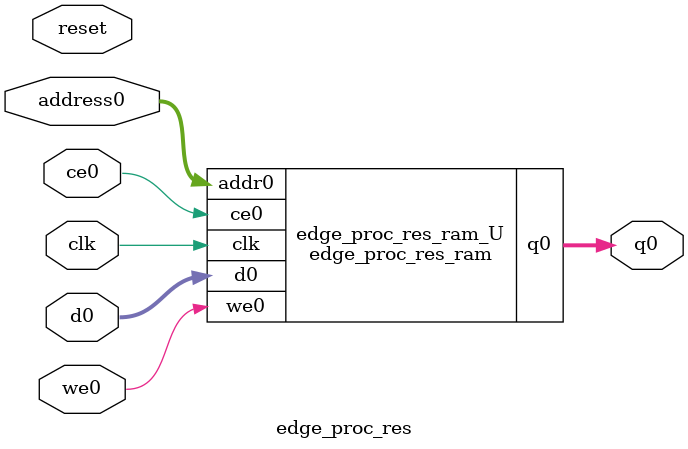
<source format=v>

`timescale 1 ns / 1 ps
module edge_proc_res_ram (addr0, ce0, d0, we0, q0,  clk);

parameter DWIDTH = 32;
parameter AWIDTH = 4;
parameter MEM_SIZE = 16;

input[AWIDTH-1:0] addr0;
input ce0;
input[DWIDTH-1:0] d0;
input we0;
output reg[DWIDTH-1:0] q0;
input clk;

(* ram_style = "distributed" *)reg [DWIDTH-1:0] ram[0:MEM_SIZE-1];




always @(posedge clk)  
begin 
    if (ce0) 
    begin
        if (we0) 
        begin 
            ram[addr0] <= d0; 
            q0 <= d0;
        end 
        else 
            q0 <= ram[addr0];
    end
end


endmodule


`timescale 1 ns / 1 ps
module edge_proc_res(
    reset,
    clk,
    address0,
    ce0,
    we0,
    d0,
    q0);

parameter DataWidth = 32'd32;
parameter AddressRange = 32'd16;
parameter AddressWidth = 32'd4;
input reset;
input clk;
input[AddressWidth - 1:0] address0;
input ce0;
input we0;
input[DataWidth - 1:0] d0;
output[DataWidth - 1:0] q0;



edge_proc_res_ram edge_proc_res_ram_U(
    .clk( clk ),
    .addr0( address0 ),
    .ce0( ce0 ),
    .d0( d0 ),
    .we0( we0 ),
    .q0( q0 ));

endmodule


</source>
